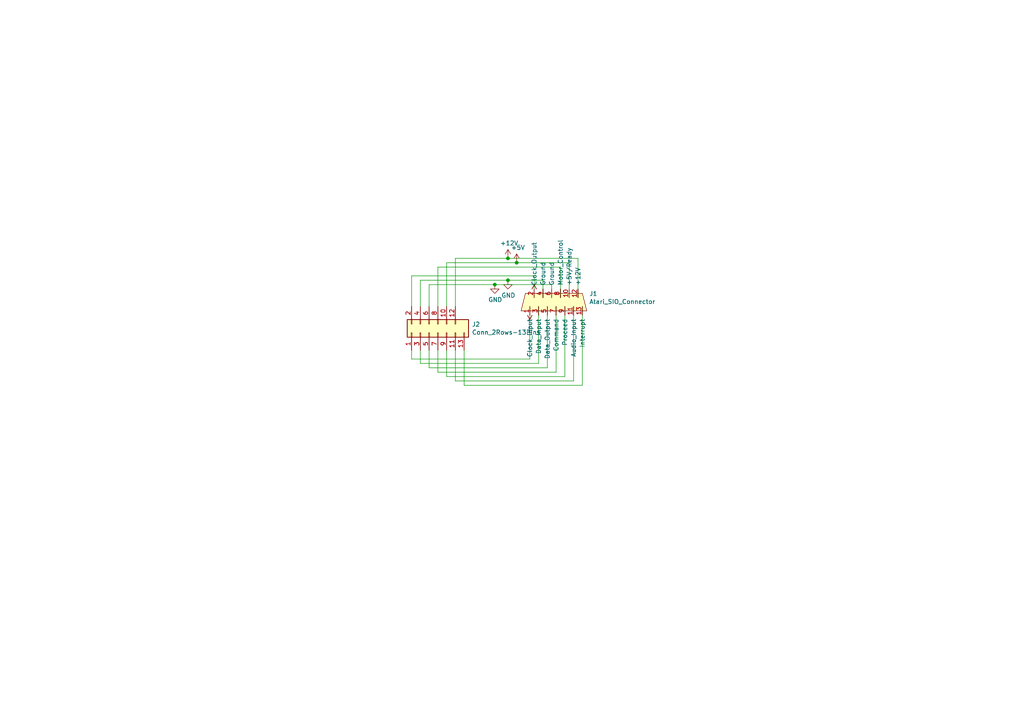
<source format=kicad_sch>
(kicad_sch (version 20211123) (generator eeschema)
  (paper "A4")
  (lib_symbols
    (symbol "Atari:Atari_SIO_Connector" (pin_names (offset 1.016))
      (property "Reference" "U" (at -13.843 5.461 0))
      (property "Value" "Atari_Atari_SIO_Connector" (at -19.812 11.557 0))
      (symbol "Atari_SIO_Connector_0_1"
        (polyline (pts (xy -10.414 19.558) (xy -10.414 19.558)))
        (polyline (pts (xy -10.16 7.62) (xy -11.43 2.54) (xy 7.62 2.54) (xy 6.35 7.62) (xy -10.16 7.62)) (fill (type background)))
      )
      (symbol "Atari_SIO_Connector_1_1"
        (pin input clock (at -8.89 3.81 270) (length 2.54) (name "Clock_Input") (number "1"))
        (pin power_out line (at 2.54 6.35 90) (length 2.54) (name "+5V/Ready") (number "10"))
        (pin input line (at 3.81 3.81 270) (length 2.54) (name "Audio_Input") (number "11"))
        (pin power_in line (at 5.08 6.35 90) (length 2.54) (name "+12V") (number "12"))
        (pin bidirectional line (at 6.35 3.81 270) (length 2.54) (name "Interrupt") (number "13"))
        (pin output clock (at -7.62 6.35 90) (length 2.54) (name "Clock_Output") (number "2"))
        (pin input line (at -6.35 3.81 270) (length 2.54) (name "Data_Input") (number "3"))
        (pin passive line (at -5.08 6.35 90) (length 2.54) (name "Ground") (number "4"))
        (pin output line (at -3.81 3.81 270) (length 2.54) (name "Data_Output") (number "5"))
        (pin passive line (at -2.54 6.35 90) (length 2.54) (name "Ground") (number "6"))
        (pin bidirectional line (at -1.27 3.81 270) (length 2.54) (name "Command") (number "7"))
        (pin bidirectional line (at 0 6.35 90) (length 2.54) (name "Motor_Control") (number "8"))
        (pin bidirectional line (at 1.27 3.81 270) (length 2.54) (name "Proceed") (number "9"))
      )
    )
    (symbol "Connector_Generic:Conn_2Rows-13Pins" (pin_names (offset 1.016) hide)
      (property "Reference" "J" (at 1.27 10.16 0))
      (property "Value" "Conn_2Rows-13Pins" (at 1.27 -10.16 0))
      (symbol "Conn_2Rows-13Pins_1_1"
        (rectangle (start -1.27 -7.493) (end 0 -7.747) (stroke (width 0.1524)))
        (rectangle (start -1.27 -4.953) (end 0 -5.207) (stroke (width 0.1524)))
        (rectangle (start -1.27 -2.413) (end 0 -2.667) (stroke (width 0.1524)))
        (rectangle (start -1.27 0.127) (end 0 -0.127) (stroke (width 0.1524)))
        (rectangle (start -1.27 2.667) (end 0 2.413) (stroke (width 0.1524)))
        (rectangle (start -1.27 5.207) (end 0 4.953) (stroke (width 0.1524)))
        (rectangle (start -1.27 7.747) (end 0 7.493) (stroke (width 0.1524)))
        (rectangle (start -1.27 8.89) (end 3.81 -8.89) (stroke (width 0.254)) (fill (type background)))
        (rectangle (start 3.81 -4.953) (end 2.54 -5.207) (stroke (width 0.1524)))
        (rectangle (start 3.81 -2.413) (end 2.54 -2.667) (stroke (width 0.1524)))
        (rectangle (start 3.81 0.127) (end 2.54 -0.127) (stroke (width 0.1524)))
        (rectangle (start 3.81 2.667) (end 2.54 2.413) (stroke (width 0.1524)))
        (rectangle (start 3.81 5.207) (end 2.54 4.953) (stroke (width 0.1524)))
        (rectangle (start 3.81 7.747) (end 2.54 7.493) (stroke (width 0.1524)))
        (pin passive line (at -5.08 7.62 0) (length 3.81) (name "Pin_1") (number "1"))
        (pin passive line (at 7.62 -2.54 180) (length 3.81) (name "Pin_10") (number "10"))
        (pin passive line (at -5.08 -5.08 0) (length 3.81) (name "Pin_11") (number "11"))
        (pin passive line (at 7.62 -5.08 180) (length 3.81) (name "Pin_12") (number "12"))
        (pin passive line (at -5.08 -7.62 0) (length 3.81) (name "Pin_13") (number "13"))
        (pin passive line (at 7.62 7.62 180) (length 3.81) (name "Pin_2") (number "2"))
        (pin passive line (at -5.08 5.08 0) (length 3.81) (name "Pin_3") (number "3"))
        (pin passive line (at 7.62 5.08 180) (length 3.81) (name "Pin_4") (number "4"))
        (pin passive line (at -5.08 2.54 0) (length 3.81) (name "Pin_5") (number "5"))
        (pin passive line (at 7.62 2.54 180) (length 3.81) (name "Pin_6") (number "6"))
        (pin passive line (at -5.08 0 0) (length 3.81) (name "Pin_7") (number "7"))
        (pin passive line (at 7.62 0 180) (length 3.81) (name "Pin_8") (number "8"))
        (pin passive line (at -5.08 -2.54 0) (length 3.81) (name "Pin_9") (number "9"))
      )
    )
    (symbol "power:+12V" (power) (pin_names (offset 0))
      (property "Value" "+12V" (at 0 3.556 0))
      (symbol "+12V_0_1"
        (polyline (pts (xy -0.762 1.27) (xy 0 2.54)))
        (polyline (pts (xy 0 0) (xy 0 2.54)))
        (polyline (pts (xy 0 2.54) (xy 0.762 1.27)))
      )
      (symbol "+12V_1_1"
        (pin power_in line (at 0 0 90) (length 0) hide (name "+12V") (number "1"))
      )
    )
    (symbol "power:+5V" (power) (pin_names (offset 0))
      (property "Value" "+5V" (at 0 3.556 0))
      (symbol "+5V_0_1"
        (polyline (pts (xy -0.762 1.27) (xy 0 2.54)))
        (polyline (pts (xy 0 0) (xy 0 2.54)))
        (polyline (pts (xy 0 2.54) (xy 0.762 1.27)))
      )
      (symbol "+5V_1_1"
        (pin power_in line (at 0 0 90) (length 0) hide (name "+5V") (number "1"))
      )
    )
    (symbol "power:GND" (power) (pin_names (offset 0))
      (property "Value" "GND" (at 0 -3.81 0))
      (symbol "GND_0_1"
        (polyline (pts (xy 0 0) (xy 0 -1.27) (xy 1.27 -1.27) (xy 0 -2.54) (xy -1.27 -1.27) (xy 0 -1.27)))
      )
      (symbol "GND_1_1"
        (pin power_in line (at 0 0 270) (length 0) hide (name "GND") (number "1"))
      )
    )
  )
  (junction (at 149.86 76.2))
  (junction (at 143.51 82.55))
  (junction (at 147.32 81.28))
  (junction (at 147.32 74.93))
  (wire (pts (xy 149.86 76.2) (xy 165.1 76.2)))
  (wire (pts (xy 132.08 88.9) (xy 132.08 74.93)))
  (wire (pts (xy 129.54 109.22) (xy 163.83 109.22)))
  (wire (pts (xy 147.32 74.93) (xy 167.64 74.93)))
  (wire (pts (xy 166.37 110.49) (xy 166.37 88.9)))
  (wire (pts (xy 132.08 101.6) (xy 132.08 110.49)))
  (wire (pts (xy 161.29 107.95) (xy 161.29 88.9)))
  (wire (pts (xy 124.46 82.55) (xy 143.51 82.55)))
  (wire (pts (xy 124.46 106.68) (xy 158.75 106.68)))
  (wire (pts (xy 153.67 104.14) (xy 153.67 88.9)))
  (wire (pts (xy 121.92 105.41) (xy 156.21 105.41)))
  (wire (pts (xy 134.62 101.6) (xy 134.62 111.76)))
  (wire (pts (xy 168.91 111.76) (xy 168.91 88.9)))
  (wire (pts (xy 132.08 74.93) (xy 147.32 74.93)))
  (wire (pts (xy 124.46 88.9) (xy 124.46 82.55)))
  (wire (pts (xy 121.92 88.9) (xy 121.92 81.28)))
  (wire (pts (xy 127 101.6) (xy 127 107.95)))
  (wire (pts (xy 127 77.47) (xy 162.56 77.47)))
  (wire (pts (xy 147.32 81.28) (xy 157.48 81.28)))
  (wire (pts (xy 165.1 76.2) (xy 165.1 86.36)))
  (wire (pts (xy 129.54 76.2) (xy 149.86 76.2)))
  (wire (pts (xy 127 107.95) (xy 161.29 107.95)))
  (wire (pts (xy 121.92 101.6) (xy 121.92 105.41)))
  (wire (pts (xy 132.08 110.49) (xy 166.37 110.49)))
  (wire (pts (xy 119.38 88.9) (xy 119.38 80.01)))
  (wire (pts (xy 167.64 86.36) (xy 167.64 74.93)))
  (wire (pts (xy 134.62 111.76) (xy 168.91 111.76)))
  (wire (pts (xy 157.48 81.28) (xy 157.48 86.36)))
  (wire (pts (xy 143.51 82.55) (xy 160.02 82.55)))
  (wire (pts (xy 160.02 82.55) (xy 160.02 86.36)))
  (wire (pts (xy 119.38 104.14) (xy 153.67 104.14)))
  (wire (pts (xy 119.38 80.01) (xy 154.94 80.01)))
  (wire (pts (xy 129.54 101.6) (xy 129.54 109.22)))
  (wire (pts (xy 163.83 109.22) (xy 163.83 88.9)))
  (wire (pts (xy 121.92 81.28) (xy 147.32 81.28)))
  (wire (pts (xy 129.54 88.9) (xy 129.54 76.2)))
  (wire (pts (xy 156.21 105.41) (xy 156.21 88.9)))
  (wire (pts (xy 162.56 77.47) (xy 162.56 86.36)))
  (wire (pts (xy 154.94 80.01) (xy 154.94 86.36)))
  (wire (pts (xy 158.75 106.68) (xy 158.75 88.9)))
  (wire (pts (xy 124.46 101.6) (xy 124.46 106.68)))
  (wire (pts (xy 127 88.9) (xy 127 77.47)))
  (wire (pts (xy 119.38 101.6) (xy 119.38 104.14)))
  (symbol (lib_id "Atari:Atari_SIO_Connector") (at 162.56 92.71 0) (unit 1)
    (property "Reference" "J1" (at 170.8912 85.1916 0) (effects (justify left)))
    (property "Value" "Atari_SIO_Connector" (at 170.8912 87.503 0) (effects (justify left)))
    (property "Footprint" "Atari:Atari_SIO_Socket" (effects hide))
  )
  (symbol (lib_id "Connector_Generic:Conn_2Rows-13Pins") (at 127 96.52 90) (unit 1)
    (property "Reference" "J2" (at 136.8552 94.0816 90) (effects (justify right)))
    (property "Value" "Conn_2Rows-13Pins" (at 136.8552 96.393 90) (effects (justify right)))
    (property "Footprint" "Connector_PinHeader_2.54mm:PinHeader_2x07_P2.54mm_Vertical" (effects hide))
  )
  (symbol (lib_id "power:GND") (at 143.51 82.55 0) (unit 1)
    (property "Reference" "#PWR0101" (effects hide))
    (property "Value" "GND" (at 143.637 86.9442 0))
  )
  (symbol (lib_id "power:GND") (at 147.32 81.28 0) (unit 1)
    (property "Reference" "#PWR0102" (effects hide))
    (property "Value" "GND" (at 147.447 85.6742 0))
  )
  (symbol (lib_id "power:+5V") (at 149.86 76.2 0) (unit 1)
    (property "Reference" "#PWR0103" (effects hide))
    (property "Value" "+5V" (at 150.241 71.8058 0))
  )
  (symbol (lib_id "power:+12V") (at 147.32 74.93 0) (unit 1)
    (property "Reference" "#PWR0104" (effects hide))
    (property "Value" "+12V" (at 147.701 70.5358 0))
  )
)
</source>
